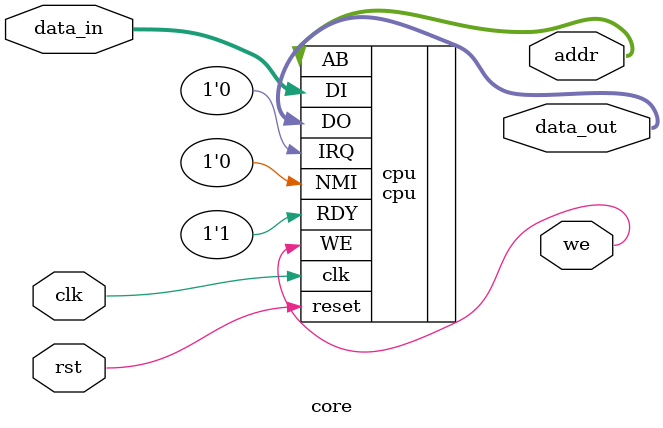
<source format=v>
`timescale 1ns/1ps

module core(
        input clk,
        input rst,
        output [15:0] addr,   // address bus
        input [7:0] data_in,         // data in, read bus
        output [7:0] data_out,
        output we
        // input IRQ;              // interrupt request
        // input NMI;              // non-maskable interrupt request
        // input RDY;              // Ready signal. Pauses CPU when RDY=0 
    );

    cpu cpu(
        .clk(clk),
        .reset(rst),
        .AB(addr),
        .DI(data_in),
        .DO(data_out),
        .WE(we),
        .IRQ(1'b0),
        .NMI(1'b0),
        .RDY(1'b1) // until we implement these features, just ignore them
    );

endmodule
</source>
